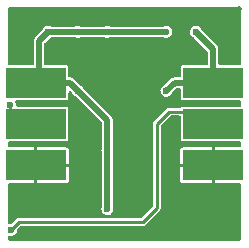
<source format=gbr>
%TF.GenerationSoftware,KiCad,Pcbnew,(6.0.4)*%
%TF.CreationDate,2022-05-26T12:18:36+02:00*%
%TF.ProjectId,SK6805EC15_Matrix,534b3638-3035-4454-9331-355f4d617472,rev?*%
%TF.SameCoordinates,Original*%
%TF.FileFunction,Copper,L2,Bot*%
%TF.FilePolarity,Positive*%
%FSLAX46Y46*%
G04 Gerber Fmt 4.6, Leading zero omitted, Abs format (unit mm)*
G04 Created by KiCad (PCBNEW (6.0.4)) date 2022-05-26 12:18:36*
%MOMM*%
%LPD*%
G01*
G04 APERTURE LIST*
%TA.AperFunction,SMDPad,CuDef*%
%ADD10R,5.080000X2.540000*%
%TD*%
%TA.AperFunction,ViaPad*%
%ADD11C,0.600000*%
%TD*%
%TA.AperFunction,ViaPad*%
%ADD12C,0.500000*%
%TD*%
%TA.AperFunction,Conductor*%
%ADD13C,0.250000*%
%TD*%
%TA.AperFunction,Conductor*%
%ADD14C,0.500000*%
%TD*%
G04 APERTURE END LIST*
D10*
%TO.P,,1*%
%TO.N,DIN*%
X132500000Y-99000000D03*
%TD*%
%TO.P,,1*%
%TO.N,+5V*%
X147500000Y-95500000D03*
%TD*%
%TO.P,,1*%
%TO.N,+5V*%
X132500000Y-95500000D03*
%TD*%
%TO.P,,1*%
%TO.N,GND*%
X147500000Y-102500000D03*
%TD*%
%TO.P,,1*%
%TO.N,DOUT*%
X147500000Y-99000000D03*
%TD*%
%TO.P,,1*%
%TO.N,GND*%
X132500000Y-102500000D03*
%TD*%
D11*
%TO.N,GND*%
X134450000Y-93700000D03*
X142750000Y-108500000D03*
X139450000Y-93750000D03*
X147600000Y-89500000D03*
X132750000Y-108500000D03*
X141950000Y-98700000D03*
X145100000Y-89500000D03*
X145250000Y-108500000D03*
X144450000Y-93700000D03*
X147750000Y-108500000D03*
X135250000Y-108500000D03*
X144450000Y-98700000D03*
X143550000Y-103750000D03*
X137600000Y-89500000D03*
X139450000Y-103750000D03*
D12*
X149700000Y-89300000D03*
D11*
X137000000Y-98700000D03*
X149450000Y-93700000D03*
X146350000Y-93700000D03*
X136950000Y-93750000D03*
X140100000Y-89500000D03*
X131900000Y-93700000D03*
X132600000Y-89500000D03*
X139450000Y-98700000D03*
X137750000Y-108500000D03*
X135100000Y-89500000D03*
X140250000Y-108500000D03*
X141950000Y-103700000D03*
X144450000Y-103750000D03*
X136950000Y-103750000D03*
X141950000Y-93750000D03*
X135650000Y-103750000D03*
X142600000Y-89500000D03*
%TO.N,DIN*%
X130325000Y-97400000D03*
%TO.N,+5V*%
X136050000Y-96200000D03*
X133550000Y-91200000D03*
X143550000Y-91200000D03*
X143550000Y-96200000D03*
X136050000Y-91200000D03*
X138550000Y-101200000D03*
X138550000Y-106200000D03*
X138550000Y-91200000D03*
X146050000Y-91200000D03*
%TO.N,DOUT*%
X130400000Y-107950000D03*
%TD*%
D13*
%TO.N,DIN*%
X131125000Y-99000000D02*
X130325000Y-98200000D01*
X132500000Y-99000000D02*
X130950000Y-99000000D01*
X130325000Y-98200000D02*
X130325000Y-97400000D01*
X130950000Y-99000000D02*
X130350000Y-98400000D01*
X132500000Y-99000000D02*
X131125000Y-99000000D01*
D14*
%TO.N,+5V*%
X132500000Y-95500000D02*
X135350000Y-95500000D01*
X133550000Y-91200000D02*
X138550000Y-91200000D01*
X138550000Y-101200000D02*
X138550000Y-106200000D01*
X135350000Y-95500000D02*
X136050000Y-96200000D01*
X132750000Y-92000000D02*
X132750000Y-95250000D01*
X144250000Y-95500000D02*
X143550000Y-96200000D01*
X147500000Y-95500000D02*
X147500000Y-92650000D01*
X138550000Y-98700000D02*
X138550000Y-101200000D01*
X136050000Y-96200000D02*
X138550000Y-98700000D01*
D13*
X132750000Y-95250000D02*
X132500000Y-95500000D01*
D14*
X147500000Y-92650000D02*
X146050000Y-91200000D01*
X133550000Y-91200000D02*
X132750000Y-92000000D01*
X138550000Y-91200000D02*
X143550000Y-91200000D01*
X147500000Y-95500000D02*
X144250000Y-95500000D01*
D13*
%TO.N,DOUT*%
X143775000Y-97950000D02*
X142725000Y-99000000D01*
X131050000Y-107300000D02*
X130400000Y-107950000D01*
X142725000Y-99000000D02*
X142725000Y-106150000D01*
X141575000Y-107300000D02*
X131050000Y-107300000D01*
X146450000Y-97950000D02*
X147500000Y-99000000D01*
X142725000Y-106150000D02*
X141575000Y-107300000D01*
X143775000Y-97950000D02*
X146450000Y-97950000D01*
%TD*%
%TA.AperFunction,Conductor*%
%TO.N,GND*%
G36*
X144701621Y-98295502D02*
G01*
X144748114Y-98349158D01*
X144759500Y-98401500D01*
X144759500Y-100289748D01*
X144771133Y-100348231D01*
X144815448Y-100414552D01*
X144881769Y-100458867D01*
X144893938Y-100461288D01*
X144893939Y-100461288D01*
X144934184Y-100469293D01*
X144940252Y-100470500D01*
X149745500Y-100470500D01*
X149813621Y-100490502D01*
X149860114Y-100544158D01*
X149871500Y-100596500D01*
X149871500Y-100850000D01*
X149851498Y-100918121D01*
X149797842Y-100964614D01*
X149745500Y-100976000D01*
X147645115Y-100976000D01*
X147629876Y-100980475D01*
X147628671Y-100981865D01*
X147627000Y-100989548D01*
X147627000Y-104005884D01*
X147631475Y-104021123D01*
X147632865Y-104022328D01*
X147640548Y-104023999D01*
X149745500Y-104023999D01*
X149813621Y-104044001D01*
X149860114Y-104097657D01*
X149871500Y-104149999D01*
X149871500Y-108745500D01*
X149851498Y-108813621D01*
X149797842Y-108860114D01*
X149745500Y-108871500D01*
X130254500Y-108871500D01*
X130186379Y-108851498D01*
X130139886Y-108797842D01*
X130128500Y-108745500D01*
X130128500Y-108560948D01*
X130148502Y-108492827D01*
X130202158Y-108446334D01*
X130272432Y-108436230D01*
X130292069Y-108440679D01*
X130319157Y-108449142D01*
X130328129Y-108449306D01*
X130328132Y-108449307D01*
X130393463Y-108450504D01*
X130462499Y-108451770D01*
X130471533Y-108449307D01*
X130592158Y-108416421D01*
X130592160Y-108416420D01*
X130600817Y-108414060D01*
X130722991Y-108339045D01*
X130819200Y-108232754D01*
X130881710Y-108103733D01*
X130905496Y-107962354D01*
X130905581Y-107955403D01*
X130905810Y-107954658D01*
X130905991Y-107952637D01*
X130906418Y-107952675D01*
X130926415Y-107887532D01*
X130942477Y-107867849D01*
X131147921Y-107662405D01*
X131210233Y-107628379D01*
X131237016Y-107625500D01*
X141555290Y-107625500D01*
X141566272Y-107625980D01*
X141592820Y-107628303D01*
X141592822Y-107628303D01*
X141603807Y-107629264D01*
X141640215Y-107619508D01*
X141650942Y-107617130D01*
X141654301Y-107616538D01*
X141688045Y-107610588D01*
X141697590Y-107605077D01*
X141700866Y-107603885D01*
X141704034Y-107602408D01*
X141714684Y-107599554D01*
X141745544Y-107577945D01*
X141754815Y-107572039D01*
X141777906Y-107558707D01*
X141787455Y-107553194D01*
X141811685Y-107524317D01*
X141819111Y-107516215D01*
X142941215Y-106394111D01*
X142949319Y-106386684D01*
X142969749Y-106369541D01*
X142978194Y-106362455D01*
X142993480Y-106335979D01*
X142997039Y-106329815D01*
X143002945Y-106320544D01*
X143018230Y-106298715D01*
X143024554Y-106289684D01*
X143027408Y-106279034D01*
X143028885Y-106275866D01*
X143030077Y-106272590D01*
X143035588Y-106263045D01*
X143042130Y-106225942D01*
X143044509Y-106215210D01*
X143054264Y-106178807D01*
X143050979Y-106141257D01*
X143050500Y-106130276D01*
X143050500Y-103788828D01*
X144706001Y-103788828D01*
X144707209Y-103801088D01*
X144718315Y-103856931D01*
X144727633Y-103879427D01*
X144769983Y-103942808D01*
X144787192Y-103960017D01*
X144850575Y-104002368D01*
X144873066Y-104011684D01*
X144928915Y-104022793D01*
X144941170Y-104024000D01*
X147354885Y-104024000D01*
X147370124Y-104019525D01*
X147371329Y-104018135D01*
X147373000Y-104010452D01*
X147373000Y-102645115D01*
X147368525Y-102629876D01*
X147367135Y-102628671D01*
X147359452Y-102627000D01*
X144724116Y-102627000D01*
X144708877Y-102631475D01*
X144707672Y-102632865D01*
X144706001Y-102640548D01*
X144706001Y-103788828D01*
X143050500Y-103788828D01*
X143050500Y-102354885D01*
X144706000Y-102354885D01*
X144710475Y-102370124D01*
X144711865Y-102371329D01*
X144719548Y-102373000D01*
X147354885Y-102373000D01*
X147370124Y-102368525D01*
X147371329Y-102367135D01*
X147373000Y-102359452D01*
X147373000Y-100994116D01*
X147368525Y-100978877D01*
X147367135Y-100977672D01*
X147359452Y-100976001D01*
X144941172Y-100976001D01*
X144928912Y-100977209D01*
X144873069Y-100988315D01*
X144850573Y-100997633D01*
X144787192Y-101039983D01*
X144769983Y-101057192D01*
X144727632Y-101120575D01*
X144718316Y-101143066D01*
X144707207Y-101198915D01*
X144706000Y-101211170D01*
X144706000Y-102354885D01*
X143050500Y-102354885D01*
X143050500Y-99187017D01*
X143070502Y-99118896D01*
X143087405Y-99097921D01*
X143872923Y-98312404D01*
X143935235Y-98278379D01*
X143962018Y-98275500D01*
X144633500Y-98275500D01*
X144701621Y-98295502D01*
G37*
%TD.AperFunction*%
%TA.AperFunction,Conductor*%
G36*
X149813621Y-89148502D02*
G01*
X149860114Y-89202158D01*
X149871500Y-89254500D01*
X149871500Y-93903500D01*
X149851498Y-93971621D01*
X149797842Y-94018114D01*
X149745500Y-94029500D01*
X148076500Y-94029500D01*
X148008379Y-94009498D01*
X147961886Y-93955842D01*
X147950500Y-93903500D01*
X147950500Y-92684220D01*
X147951373Y-92669411D01*
X147954257Y-92645043D01*
X147955364Y-92635690D01*
X147953672Y-92626426D01*
X147953672Y-92626422D01*
X147944827Y-92577989D01*
X147944178Y-92574088D01*
X147936851Y-92525355D01*
X147936849Y-92525347D01*
X147935449Y-92516038D01*
X147932323Y-92509528D01*
X147931026Y-92502427D01*
X147903982Y-92450363D01*
X147902214Y-92446825D01*
X147880886Y-92402411D01*
X147876809Y-92393921D01*
X147871922Y-92388635D01*
X147871895Y-92388595D01*
X147868580Y-92382212D01*
X147864275Y-92377172D01*
X147827048Y-92339945D01*
X147823618Y-92336379D01*
X147791246Y-92301359D01*
X147784854Y-92294444D01*
X147778495Y-92290751D01*
X147772337Y-92285234D01*
X146543254Y-91056151D01*
X146517648Y-91019207D01*
X146479701Y-90935746D01*
X146479699Y-90935743D01*
X146475984Y-90927572D01*
X146457598Y-90906234D01*
X146388260Y-90825763D01*
X146388257Y-90825760D01*
X146382400Y-90818963D01*
X146262095Y-90740985D01*
X146124739Y-90699907D01*
X146115763Y-90699852D01*
X146115762Y-90699852D01*
X146055555Y-90699484D01*
X145981376Y-90699031D01*
X145843529Y-90738428D01*
X145722280Y-90814930D01*
X145627377Y-90922388D01*
X145566447Y-91052163D01*
X145544391Y-91193823D01*
X145545555Y-91202725D01*
X145545555Y-91202728D01*
X145546814Y-91212354D01*
X145562980Y-91335979D01*
X145620720Y-91467203D01*
X145626497Y-91474076D01*
X145626498Y-91474077D01*
X145633792Y-91482754D01*
X145712970Y-91576948D01*
X145832313Y-91656390D01*
X145855479Y-91663628D01*
X145856492Y-91663944D01*
X145908013Y-91695116D01*
X147012595Y-92799698D01*
X147046621Y-92862010D01*
X147049500Y-92888793D01*
X147049500Y-93903500D01*
X147029498Y-93971621D01*
X146975842Y-94018114D01*
X146923500Y-94029500D01*
X144940252Y-94029500D01*
X144934184Y-94030707D01*
X144893939Y-94038712D01*
X144893938Y-94038712D01*
X144881769Y-94041133D01*
X144815448Y-94085448D01*
X144771133Y-94151769D01*
X144759500Y-94210252D01*
X144759500Y-94923500D01*
X144739498Y-94991621D01*
X144685842Y-95038114D01*
X144633500Y-95049500D01*
X144284219Y-95049500D01*
X144269410Y-95048627D01*
X144245042Y-95045743D01*
X144235689Y-95044636D01*
X144226425Y-95046328D01*
X144226423Y-95046328D01*
X144177988Y-95055174D01*
X144174084Y-95055824D01*
X144125348Y-95063151D01*
X144125346Y-95063152D01*
X144116038Y-95064551D01*
X144109525Y-95067678D01*
X144102426Y-95068975D01*
X144094067Y-95073317D01*
X144050363Y-95096018D01*
X144046825Y-95097786D01*
X144036051Y-95102960D01*
X143993921Y-95123191D01*
X143988636Y-95128076D01*
X143988589Y-95128108D01*
X143982211Y-95131421D01*
X143977172Y-95135725D01*
X143939945Y-95172952D01*
X143936380Y-95176381D01*
X143894444Y-95215146D01*
X143890751Y-95221505D01*
X143885234Y-95227663D01*
X143409934Y-95702963D01*
X143360298Y-95732174D01*
X143360353Y-95732297D01*
X143359248Y-95732791D01*
X143355468Y-95735016D01*
X143343529Y-95738428D01*
X143222280Y-95814930D01*
X143127377Y-95922388D01*
X143066447Y-96052163D01*
X143044391Y-96193823D01*
X143045555Y-96202725D01*
X143045555Y-96202728D01*
X143050782Y-96242698D01*
X143062980Y-96335979D01*
X143120720Y-96467203D01*
X143126497Y-96474076D01*
X143126498Y-96474077D01*
X143133792Y-96482754D01*
X143212970Y-96576948D01*
X143332313Y-96656390D01*
X143469157Y-96699142D01*
X143478129Y-96699306D01*
X143478132Y-96699307D01*
X143543463Y-96700504D01*
X143612499Y-96701770D01*
X143621533Y-96699307D01*
X143742158Y-96666421D01*
X143742160Y-96666420D01*
X143750817Y-96664060D01*
X143872991Y-96589045D01*
X143969200Y-96482754D01*
X144020883Y-96376080D01*
X144045180Y-96341923D01*
X144399698Y-95987405D01*
X144462010Y-95953379D01*
X144488793Y-95950500D01*
X144633500Y-95950500D01*
X144701621Y-95970502D01*
X144748114Y-96024158D01*
X144759500Y-96076500D01*
X144759500Y-96789748D01*
X144771133Y-96848231D01*
X144815448Y-96914552D01*
X144881769Y-96958867D01*
X144893938Y-96961288D01*
X144893939Y-96961288D01*
X144934184Y-96969293D01*
X144940252Y-96970500D01*
X149745500Y-96970500D01*
X149813621Y-96990502D01*
X149860114Y-97044158D01*
X149871500Y-97096500D01*
X149871500Y-97403500D01*
X149851498Y-97471621D01*
X149797842Y-97518114D01*
X149745500Y-97529500D01*
X144940252Y-97529500D01*
X144934184Y-97530707D01*
X144893939Y-97538712D01*
X144893938Y-97538712D01*
X144881769Y-97541133D01*
X144815448Y-97585448D01*
X144812456Y-97589925D01*
X144754416Y-97621620D01*
X144727629Y-97624500D01*
X143794713Y-97624500D01*
X143783732Y-97624021D01*
X143757170Y-97621697D01*
X143757168Y-97621697D01*
X143746193Y-97620737D01*
X143709783Y-97630492D01*
X143699076Y-97632866D01*
X143661955Y-97639412D01*
X143652411Y-97644922D01*
X143649135Y-97646114D01*
X143645964Y-97647593D01*
X143635316Y-97650446D01*
X143626287Y-97656768D01*
X143604449Y-97672059D01*
X143595179Y-97677964D01*
X143572092Y-97691293D01*
X143572088Y-97691296D01*
X143562545Y-97696806D01*
X143546071Y-97716439D01*
X143538320Y-97725676D01*
X143530894Y-97733779D01*
X142508784Y-98755890D01*
X142500681Y-98763316D01*
X142471806Y-98787545D01*
X142466293Y-98797094D01*
X142452961Y-98820185D01*
X142447055Y-98829456D01*
X142425446Y-98860316D01*
X142422592Y-98870966D01*
X142421115Y-98874134D01*
X142419923Y-98877410D01*
X142414412Y-98886955D01*
X142408462Y-98920699D01*
X142407870Y-98924058D01*
X142405492Y-98934785D01*
X142395736Y-98971193D01*
X142396697Y-98982178D01*
X142396697Y-98982180D01*
X142399020Y-99008728D01*
X142399500Y-99019710D01*
X142399500Y-105962984D01*
X142379498Y-106031105D01*
X142362595Y-106052079D01*
X141477079Y-106937595D01*
X141414767Y-106971621D01*
X141387984Y-106974500D01*
X131069710Y-106974500D01*
X131058728Y-106974020D01*
X131032180Y-106971697D01*
X131032178Y-106971697D01*
X131021193Y-106970736D01*
X130984785Y-106980492D01*
X130974058Y-106982870D01*
X130970699Y-106983462D01*
X130936955Y-106989412D01*
X130927410Y-106994923D01*
X130924134Y-106996115D01*
X130920966Y-106997592D01*
X130910316Y-107000446D01*
X130901285Y-107006770D01*
X130879456Y-107022055D01*
X130870185Y-107027961D01*
X130847094Y-107041293D01*
X130837545Y-107046806D01*
X130830459Y-107055251D01*
X130813315Y-107075682D01*
X130805889Y-107083785D01*
X130477204Y-107412470D01*
X130414892Y-107446496D01*
X130387339Y-107449373D01*
X130361235Y-107449214D01*
X130331376Y-107449031D01*
X130289123Y-107461107D01*
X130218129Y-107460593D01*
X130158682Y-107421779D01*
X130129656Y-107356987D01*
X130128500Y-107339957D01*
X130128500Y-104150000D01*
X130148502Y-104081879D01*
X130202158Y-104035386D01*
X130254500Y-104024000D01*
X132354885Y-104024000D01*
X132370124Y-104019525D01*
X132371329Y-104018135D01*
X132373000Y-104010452D01*
X132373000Y-104005884D01*
X132627000Y-104005884D01*
X132631475Y-104021123D01*
X132632865Y-104022328D01*
X132640548Y-104023999D01*
X135058828Y-104023999D01*
X135071088Y-104022791D01*
X135126931Y-104011685D01*
X135149427Y-104002367D01*
X135212808Y-103960017D01*
X135230017Y-103942808D01*
X135272368Y-103879425D01*
X135281684Y-103856934D01*
X135292793Y-103801085D01*
X135294000Y-103788830D01*
X135294000Y-102645115D01*
X135289525Y-102629876D01*
X135288135Y-102628671D01*
X135280452Y-102627000D01*
X132645115Y-102627000D01*
X132629876Y-102631475D01*
X132628671Y-102632865D01*
X132627000Y-102640548D01*
X132627000Y-104005884D01*
X132373000Y-104005884D01*
X132373000Y-102354885D01*
X132627000Y-102354885D01*
X132631475Y-102370124D01*
X132632865Y-102371329D01*
X132640548Y-102373000D01*
X135275884Y-102373000D01*
X135291123Y-102368525D01*
X135292328Y-102367135D01*
X135293999Y-102359452D01*
X135293999Y-101211172D01*
X135292791Y-101198912D01*
X135281685Y-101143069D01*
X135272367Y-101120573D01*
X135230017Y-101057192D01*
X135212808Y-101039983D01*
X135149425Y-100997632D01*
X135126934Y-100988316D01*
X135071085Y-100977207D01*
X135058830Y-100976000D01*
X132645115Y-100976000D01*
X132629876Y-100980475D01*
X132628671Y-100981865D01*
X132627000Y-100989548D01*
X132627000Y-102354885D01*
X132373000Y-102354885D01*
X132373000Y-100994116D01*
X132368525Y-100978877D01*
X132367135Y-100977672D01*
X132359452Y-100976001D01*
X130254500Y-100976001D01*
X130186379Y-100955999D01*
X130139886Y-100902343D01*
X130128500Y-100850001D01*
X130128500Y-100596500D01*
X130148502Y-100528379D01*
X130202158Y-100481886D01*
X130254500Y-100470500D01*
X135059748Y-100470500D01*
X135065816Y-100469293D01*
X135106061Y-100461288D01*
X135106062Y-100461288D01*
X135118231Y-100458867D01*
X135184552Y-100414552D01*
X135228867Y-100348231D01*
X135240500Y-100289748D01*
X135240500Y-97710252D01*
X135228867Y-97651769D01*
X135184552Y-97585448D01*
X135118231Y-97541133D01*
X135106062Y-97538712D01*
X135106061Y-97538712D01*
X135065816Y-97530707D01*
X135059748Y-97529500D01*
X130956614Y-97529500D01*
X130888493Y-97509498D01*
X130842000Y-97455842D01*
X130832246Y-97409644D01*
X130830905Y-97409731D01*
X130830588Y-97404860D01*
X130830647Y-97400000D01*
X130810323Y-97258082D01*
X130760568Y-97148651D01*
X130750582Y-97078360D01*
X130780182Y-97013829D01*
X130839972Y-96975545D01*
X130875269Y-96970500D01*
X135059748Y-96970500D01*
X135065816Y-96969293D01*
X135106061Y-96961288D01*
X135106062Y-96961288D01*
X135118231Y-96958867D01*
X135184552Y-96914552D01*
X135228867Y-96848231D01*
X135240500Y-96789748D01*
X135240500Y-96331793D01*
X135260502Y-96263672D01*
X135314158Y-96217179D01*
X135384432Y-96207075D01*
X135449012Y-96236569D01*
X135455595Y-96242698D01*
X135557347Y-96344450D01*
X135583581Y-96382799D01*
X135620720Y-96467203D01*
X135626497Y-96474076D01*
X135626498Y-96474077D01*
X135633792Y-96482754D01*
X135712970Y-96576948D01*
X135832313Y-96656390D01*
X135855479Y-96663628D01*
X135856492Y-96663944D01*
X135908013Y-96695116D01*
X138062595Y-98849698D01*
X138096621Y-98912010D01*
X138099500Y-98938793D01*
X138099500Y-100953656D01*
X138087555Y-101007205D01*
X138066447Y-101052163D01*
X138065066Y-101061035D01*
X138052294Y-101143066D01*
X138044391Y-101193823D01*
X138045555Y-101202725D01*
X138045555Y-101202728D01*
X138046814Y-101212354D01*
X138062980Y-101335979D01*
X138066597Y-101344199D01*
X138088829Y-101394725D01*
X138099500Y-101445471D01*
X138099500Y-105953656D01*
X138087555Y-106007205D01*
X138066447Y-106052163D01*
X138065066Y-106061035D01*
X138046729Y-106178807D01*
X138044391Y-106193823D01*
X138045555Y-106202725D01*
X138045555Y-106202728D01*
X138048591Y-106225942D01*
X138062980Y-106335979D01*
X138120720Y-106467203D01*
X138126497Y-106474076D01*
X138126498Y-106474077D01*
X138133792Y-106482754D01*
X138212970Y-106576948D01*
X138332313Y-106656390D01*
X138469157Y-106699142D01*
X138478129Y-106699306D01*
X138478132Y-106699307D01*
X138543463Y-106700504D01*
X138612499Y-106701770D01*
X138621533Y-106699307D01*
X138742158Y-106666421D01*
X138742160Y-106666420D01*
X138750817Y-106664060D01*
X138872991Y-106589045D01*
X138969200Y-106482754D01*
X139014035Y-106390214D01*
X139027795Y-106361814D01*
X139027795Y-106361813D01*
X139031710Y-106353733D01*
X139055496Y-106212354D01*
X139055647Y-106200000D01*
X139035323Y-106058082D01*
X139023058Y-106031105D01*
X139011799Y-106006343D01*
X139000500Y-105954192D01*
X139000500Y-101447066D01*
X139013106Y-101392132D01*
X139031710Y-101353733D01*
X139055496Y-101212354D01*
X139055647Y-101200000D01*
X139035323Y-101058082D01*
X139011799Y-101006343D01*
X139000500Y-100954192D01*
X139000500Y-98734220D01*
X139001373Y-98719411D01*
X139004257Y-98695043D01*
X139005364Y-98685690D01*
X138994828Y-98627999D01*
X138994178Y-98624096D01*
X138986850Y-98575355D01*
X138986850Y-98575354D01*
X138985449Y-98566038D01*
X138982321Y-98559525D01*
X138981025Y-98552427D01*
X138953975Y-98500353D01*
X138952225Y-98496850D01*
X138930885Y-98452410D01*
X138926809Y-98443921D01*
X138921923Y-98438635D01*
X138921890Y-98438587D01*
X138918579Y-98432212D01*
X138914275Y-98427172D01*
X138877048Y-98389945D01*
X138873618Y-98386379D01*
X138841246Y-98351359D01*
X138834854Y-98344444D01*
X138828495Y-98340751D01*
X138822337Y-98335234D01*
X136543254Y-96056151D01*
X136517648Y-96019207D01*
X136479701Y-95935746D01*
X136479699Y-95935743D01*
X136475984Y-95927572D01*
X136457598Y-95906234D01*
X136388260Y-95825763D01*
X136388257Y-95825760D01*
X136382400Y-95818963D01*
X136262095Y-95740985D01*
X136244066Y-95735593D01*
X136191075Y-95703972D01*
X135692753Y-95205650D01*
X135682899Y-95194561D01*
X135667707Y-95175291D01*
X135667705Y-95175289D01*
X135661872Y-95167890D01*
X135654125Y-95162535D01*
X135654123Y-95162534D01*
X135617875Y-95137482D01*
X135613615Y-95134538D01*
X135610403Y-95132243D01*
X135604785Y-95128093D01*
X135563184Y-95097366D01*
X135556368Y-95094973D01*
X135550431Y-95090869D01*
X135541451Y-95088029D01*
X135541449Y-95088028D01*
X135521283Y-95081650D01*
X135494481Y-95073174D01*
X135490750Y-95071929D01*
X135444263Y-95055604D01*
X135444261Y-95055604D01*
X135435369Y-95052481D01*
X135428181Y-95052199D01*
X135428122Y-95052188D01*
X135421270Y-95050020D01*
X135414663Y-95049500D01*
X135366500Y-95049500D01*
X135298379Y-95029498D01*
X135251886Y-94975842D01*
X135240500Y-94923500D01*
X135240500Y-94210252D01*
X135228867Y-94151769D01*
X135184552Y-94085448D01*
X135118231Y-94041133D01*
X135106062Y-94038712D01*
X135106061Y-94038712D01*
X135065816Y-94030707D01*
X135059748Y-94029500D01*
X133326500Y-94029500D01*
X133258379Y-94009498D01*
X133211886Y-93955842D01*
X133200500Y-93903500D01*
X133200500Y-92238793D01*
X133220502Y-92170672D01*
X133237405Y-92149698D01*
X133688968Y-91698135D01*
X133734636Y-91671636D01*
X133733921Y-91669984D01*
X133742153Y-91666422D01*
X133750817Y-91664060D01*
X133756547Y-91660542D01*
X133805042Y-91650500D01*
X135794411Y-91650500D01*
X135831528Y-91658902D01*
X135832313Y-91656390D01*
X135969157Y-91699142D01*
X135978129Y-91699306D01*
X135978132Y-91699307D01*
X136043463Y-91700504D01*
X136112499Y-91701770D01*
X136121533Y-91699307D01*
X136242155Y-91666422D01*
X136242158Y-91666421D01*
X136250817Y-91664060D01*
X136256546Y-91660542D01*
X136305042Y-91650500D01*
X138294411Y-91650500D01*
X138331528Y-91658902D01*
X138332313Y-91656390D01*
X138469157Y-91699142D01*
X138478129Y-91699306D01*
X138478132Y-91699307D01*
X138543463Y-91700504D01*
X138612499Y-91701770D01*
X138621533Y-91699307D01*
X138742155Y-91666422D01*
X138742158Y-91666421D01*
X138750817Y-91664060D01*
X138756546Y-91660542D01*
X138805042Y-91650500D01*
X143294411Y-91650500D01*
X143331528Y-91658902D01*
X143332313Y-91656390D01*
X143469157Y-91699142D01*
X143478129Y-91699306D01*
X143478132Y-91699307D01*
X143543463Y-91700504D01*
X143612499Y-91701770D01*
X143621533Y-91699307D01*
X143742158Y-91666421D01*
X143742160Y-91666420D01*
X143750817Y-91664060D01*
X143872991Y-91589045D01*
X143969200Y-91482754D01*
X144031710Y-91353733D01*
X144055496Y-91212354D01*
X144055647Y-91200000D01*
X144035323Y-91058082D01*
X144027736Y-91041394D01*
X143979700Y-90935746D01*
X143975984Y-90927572D01*
X143957598Y-90906234D01*
X143888260Y-90825763D01*
X143888257Y-90825760D01*
X143882400Y-90818963D01*
X143762095Y-90740985D01*
X143624739Y-90699907D01*
X143615763Y-90699852D01*
X143615762Y-90699852D01*
X143555555Y-90699484D01*
X143481376Y-90699031D01*
X143343529Y-90738428D01*
X143341824Y-90739504D01*
X143294996Y-90749500D01*
X138805192Y-90749500D01*
X138762364Y-90740084D01*
X138762095Y-90740985D01*
X138624739Y-90699907D01*
X138615763Y-90699852D01*
X138615762Y-90699852D01*
X138555555Y-90699484D01*
X138481376Y-90699031D01*
X138343529Y-90738428D01*
X138341824Y-90739504D01*
X138294996Y-90749500D01*
X136305192Y-90749500D01*
X136262364Y-90740084D01*
X136262095Y-90740985D01*
X136124739Y-90699907D01*
X136115763Y-90699852D01*
X136115762Y-90699852D01*
X136055555Y-90699484D01*
X135981376Y-90699031D01*
X135843529Y-90738428D01*
X135841824Y-90739504D01*
X135794996Y-90749500D01*
X133805192Y-90749500D01*
X133762364Y-90740084D01*
X133762095Y-90740985D01*
X133624739Y-90699907D01*
X133615763Y-90699852D01*
X133615762Y-90699852D01*
X133555555Y-90699484D01*
X133481376Y-90699031D01*
X133343529Y-90738428D01*
X133222280Y-90814930D01*
X133127377Y-90922388D01*
X133081920Y-91019207D01*
X133080872Y-91021439D01*
X133055912Y-91056985D01*
X132455650Y-91657247D01*
X132444561Y-91667101D01*
X132425291Y-91682293D01*
X132425289Y-91682295D01*
X132417890Y-91688128D01*
X132412535Y-91695875D01*
X132412534Y-91695877D01*
X132384545Y-91736375D01*
X132382250Y-91739587D01*
X132347366Y-91786816D01*
X132344973Y-91793632D01*
X132340869Y-91799569D01*
X132338029Y-91808549D01*
X132338028Y-91808551D01*
X132323182Y-91855495D01*
X132321929Y-91859250D01*
X132302481Y-91914631D01*
X132302199Y-91921819D01*
X132302188Y-91921878D01*
X132300020Y-91928730D01*
X132299500Y-91935337D01*
X132299500Y-91988016D01*
X132299403Y-91992962D01*
X132297162Y-92049994D01*
X132299046Y-92057100D01*
X132299500Y-92065347D01*
X132299500Y-93903500D01*
X132279498Y-93971621D01*
X132225842Y-94018114D01*
X132173500Y-94029500D01*
X130254500Y-94029500D01*
X130186379Y-94009498D01*
X130139886Y-93955842D01*
X130128500Y-93903500D01*
X130128500Y-89254500D01*
X130148502Y-89186379D01*
X130202158Y-89139886D01*
X130254500Y-89128500D01*
X149745500Y-89128500D01*
X149813621Y-89148502D01*
G37*
%TD.AperFunction*%
%TD*%
M02*

</source>
